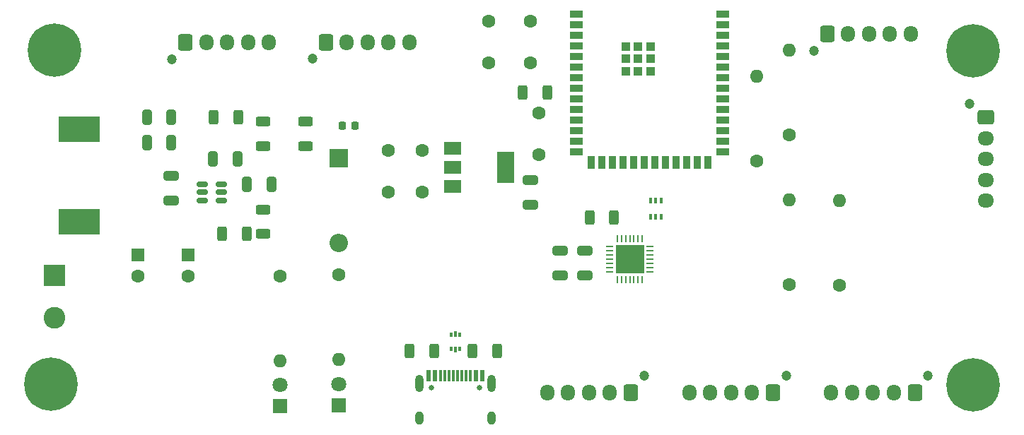
<source format=gbr>
%TF.GenerationSoftware,KiCad,Pcbnew,7.0.7*%
%TF.CreationDate,2024-02-08T23:22:07+01:00*%
%TF.ProjectId,balancing_robot,62616c61-6e63-4696-9e67-5f726f626f74,rev?*%
%TF.SameCoordinates,Original*%
%TF.FileFunction,Soldermask,Top*%
%TF.FilePolarity,Negative*%
%FSLAX46Y46*%
G04 Gerber Fmt 4.6, Leading zero omitted, Abs format (unit mm)*
G04 Created by KiCad (PCBNEW 7.0.7) date 2024-02-08 23:22:07*
%MOMM*%
%LPD*%
G01*
G04 APERTURE LIST*
G04 Aperture macros list*
%AMRoundRect*
0 Rectangle with rounded corners*
0 $1 Rounding radius*
0 $2 $3 $4 $5 $6 $7 $8 $9 X,Y pos of 4 corners*
0 Add a 4 corners polygon primitive as box body*
4,1,4,$2,$3,$4,$5,$6,$7,$8,$9,$2,$3,0*
0 Add four circle primitives for the rounded corners*
1,1,$1+$1,$2,$3*
1,1,$1+$1,$4,$5*
1,1,$1+$1,$6,$7*
1,1,$1+$1,$8,$9*
0 Add four rect primitives between the rounded corners*
20,1,$1+$1,$2,$3,$4,$5,0*
20,1,$1+$1,$4,$5,$6,$7,0*
20,1,$1+$1,$6,$7,$8,$9,0*
20,1,$1+$1,$8,$9,$2,$3,0*%
G04 Aperture macros list end*
%ADD10R,2.600000X2.600000*%
%ADD11C,2.600000*%
%ADD12R,0.400000X0.650000*%
%ADD13RoundRect,0.250000X-0.650000X0.325000X-0.650000X-0.325000X0.650000X-0.325000X0.650000X0.325000X0*%
%ADD14R,1.800000X1.800000*%
%ADD15C,1.800000*%
%ADD16C,1.600000*%
%ADD17C,0.800000*%
%ADD18C,6.400000*%
%ADD19C,1.200000*%
%ADD20RoundRect,0.250000X0.600000X0.725000X-0.600000X0.725000X-0.600000X-0.725000X0.600000X-0.725000X0*%
%ADD21O,1.700000X1.950000*%
%ADD22RoundRect,0.250000X-0.312500X-0.625000X0.312500X-0.625000X0.312500X0.625000X-0.312500X0.625000X0*%
%ADD23RoundRect,0.250000X-0.725000X0.600000X-0.725000X-0.600000X0.725000X-0.600000X0.725000X0.600000X0*%
%ADD24O,1.950000X1.700000*%
%ADD25R,2.200000X2.200000*%
%ADD26O,2.200000X2.200000*%
%ADD27C,0.650000*%
%ADD28R,0.600000X1.450000*%
%ADD29R,0.300000X1.450000*%
%ADD30O,1.000000X2.100000*%
%ADD31O,1.000000X1.600000*%
%ADD32RoundRect,0.250000X-0.600000X-0.725000X0.600000X-0.725000X0.600000X0.725000X-0.600000X0.725000X0*%
%ADD33O,1.600000X1.600000*%
%ADD34RoundRect,0.218750X-0.218750X-0.256250X0.218750X-0.256250X0.218750X0.256250X-0.218750X0.256250X0*%
%ADD35RoundRect,0.250000X0.650000X-0.325000X0.650000X0.325000X-0.650000X0.325000X-0.650000X-0.325000X0*%
%ADD36R,1.600000X1.600000*%
%ADD37RoundRect,0.250000X-0.325000X-0.650000X0.325000X-0.650000X0.325000X0.650000X-0.325000X0.650000X0*%
%ADD38RoundRect,0.250000X0.312500X0.625000X-0.312500X0.625000X-0.312500X-0.625000X0.312500X-0.625000X0*%
%ADD39RoundRect,0.250000X0.625000X-0.312500X0.625000X0.312500X-0.625000X0.312500X-0.625000X-0.312500X0*%
%ADD40RoundRect,0.250000X-0.625000X0.312500X-0.625000X-0.312500X0.625000X-0.312500X0.625000X0.312500X0*%
%ADD41R,5.000000X3.100000*%
%ADD42RoundRect,0.250000X0.325000X0.650000X-0.325000X0.650000X-0.325000X-0.650000X0.325000X-0.650000X0*%
%ADD43R,1.500000X0.900000*%
%ADD44R,0.900000X1.500000*%
%ADD45R,1.000000X1.000000*%
%ADD46R,2.000000X1.500000*%
%ADD47R,2.000000X3.800000*%
%ADD48R,0.375000X0.500000*%
%ADD49R,0.300000X0.650000*%
%ADD50RoundRect,0.062500X-0.062500X0.337500X-0.062500X-0.337500X0.062500X-0.337500X0.062500X0.337500X0*%
%ADD51RoundRect,0.062500X-0.337500X0.062500X-0.337500X-0.062500X0.337500X-0.062500X0.337500X0.062500X0*%
%ADD52R,3.350000X3.350000*%
%ADD53RoundRect,0.150000X-0.512500X-0.150000X0.512500X-0.150000X0.512500X0.150000X-0.512500X0.150000X0*%
G04 APERTURE END LIST*
D10*
%TO.C,J1*%
X98000000Y-99920000D03*
D11*
X98000000Y-105000000D03*
%TD*%
D12*
%TO.C,Q1*%
X169350000Y-92900000D03*
X170000000Y-92900000D03*
X170650000Y-92900000D03*
X170650000Y-91000000D03*
X170000000Y-91000000D03*
X169350000Y-91000000D03*
%TD*%
D13*
%TO.C,C2*%
X158500000Y-97000000D03*
X158500000Y-99950000D03*
%TD*%
D14*
%TO.C,D3*%
X132000000Y-115540000D03*
D15*
X132000000Y-113000000D03*
%TD*%
D16*
%TO.C,C15*%
X155000000Y-74500000D03*
X155000000Y-69500000D03*
%TD*%
D17*
%TO.C,H3*%
X95200000Y-113000000D03*
X95902944Y-111302944D03*
X95902944Y-114697056D03*
X97600000Y-110600000D03*
D18*
X97600000Y-113000000D03*
D17*
X97600000Y-115400000D03*
X99297056Y-111302944D03*
X99297056Y-114697056D03*
X100000000Y-113000000D03*
%TD*%
D19*
%TO.C,J5*%
X185600000Y-112000000D03*
D20*
X184000000Y-114000000D03*
D21*
X181500000Y-114000000D03*
X179000000Y-114000000D03*
X176500000Y-114000000D03*
X174000000Y-114000000D03*
%TD*%
D19*
%TO.C,J3*%
X202600000Y-112000000D03*
D20*
X201000000Y-114000000D03*
D21*
X198500000Y-114000000D03*
X196000000Y-114000000D03*
X193500000Y-114000000D03*
X191000000Y-114000000D03*
%TD*%
D22*
%TO.C,R2*%
X148075000Y-109000000D03*
X151000000Y-109000000D03*
%TD*%
D13*
%TO.C,C9*%
X161500000Y-97000000D03*
X161500000Y-99950000D03*
%TD*%
D19*
%TO.C,J4*%
X207525000Y-79400000D03*
D23*
X209525000Y-81000000D03*
D24*
X209525000Y-83500000D03*
X209525000Y-86000000D03*
X209525000Y-88500000D03*
X209525000Y-91000000D03*
%TD*%
D25*
%TO.C,D2*%
X132000000Y-85920000D03*
D26*
X132000000Y-96080000D03*
%TD*%
D27*
%TO.C,J2*%
X143110000Y-113400000D03*
X148890000Y-113400000D03*
D28*
X142750000Y-111955000D03*
X143550000Y-111955000D03*
D29*
X144750000Y-111955000D03*
X145750000Y-111955000D03*
X146250000Y-111955000D03*
X147250000Y-111955000D03*
D28*
X148450000Y-111955000D03*
X149250000Y-111955000D03*
X149250000Y-111955000D03*
X148450000Y-111955000D03*
D29*
X147750000Y-111955000D03*
X146750000Y-111955000D03*
X145250000Y-111955000D03*
X144250000Y-111955000D03*
D28*
X143550000Y-111955000D03*
X142750000Y-111955000D03*
D30*
X141680000Y-112870000D03*
D31*
X141680000Y-117050000D03*
D30*
X150320000Y-112870000D03*
D31*
X150320000Y-117050000D03*
%TD*%
D19*
%TO.C,J8*%
X128900000Y-74000000D03*
D32*
X130500000Y-72000000D03*
D21*
X133000000Y-72000000D03*
X135500000Y-72000000D03*
X138000000Y-72000000D03*
X140500000Y-72000000D03*
%TD*%
D17*
%TO.C,H1*%
X205600000Y-73000000D03*
X206302944Y-71302944D03*
X206302944Y-74697056D03*
X208000000Y-70600000D03*
D18*
X208000000Y-73000000D03*
D17*
X208000000Y-75400000D03*
X209697056Y-71302944D03*
X209697056Y-74697056D03*
X210400000Y-73000000D03*
%TD*%
D16*
%TO.C,C13*%
X156000000Y-80500000D03*
X156000000Y-85500000D03*
%TD*%
D14*
%TO.C,D1*%
X125000000Y-115620000D03*
D15*
X125000000Y-113080000D03*
%TD*%
D16*
%TO.C,R9*%
X182063090Y-86213588D03*
D33*
X182063090Y-76053588D03*
%TD*%
D34*
%TO.C,FB1*%
X132425000Y-82000000D03*
X134000000Y-82000000D03*
%TD*%
D17*
%TO.C,H2*%
X95617235Y-72965203D03*
X96320179Y-71268147D03*
X96320179Y-74662259D03*
X98017235Y-70565203D03*
D18*
X98017235Y-72965203D03*
D17*
X98017235Y-75365203D03*
X99714291Y-71268147D03*
X99714291Y-74662259D03*
X100417235Y-72965203D03*
%TD*%
D35*
%TO.C,C4*%
X112000000Y-91000000D03*
X112000000Y-88050000D03*
%TD*%
D19*
%TO.C,J7*%
X168600000Y-112000000D03*
D20*
X167000000Y-114000000D03*
D21*
X164500000Y-114000000D03*
X162000000Y-114000000D03*
X159500000Y-114000000D03*
X157000000Y-114000000D03*
%TD*%
D13*
%TO.C,C5*%
X155000000Y-88525000D03*
X155000000Y-91475000D03*
%TD*%
D22*
%TO.C,R15*%
X154075000Y-78000000D03*
X157000000Y-78000000D03*
%TD*%
D16*
%TO.C,R10*%
X186000000Y-83080000D03*
D33*
X186000000Y-72920000D03*
%TD*%
D36*
%TO.C,C3*%
X108000000Y-97500000D03*
D16*
X108000000Y-100000000D03*
%TD*%
%TO.C,C6*%
X142000000Y-90000000D03*
X142000000Y-85000000D03*
%TD*%
D37*
%TO.C,C10*%
X109050000Y-84000000D03*
X112000000Y-84000000D03*
%TD*%
D16*
%TO.C,C7*%
X138000000Y-90000000D03*
X138000000Y-85000000D03*
%TD*%
D38*
%TO.C,R13*%
X120000000Y-81000000D03*
X117075000Y-81000000D03*
%TD*%
D16*
%TO.C,R14*%
X186000000Y-101080000D03*
D33*
X186000000Y-90920000D03*
%TD*%
D39*
%TO.C,R5*%
X123000000Y-95000000D03*
X123000000Y-92075000D03*
%TD*%
D19*
%TO.C,J6*%
X188900000Y-73000000D03*
D32*
X190500000Y-71000000D03*
D21*
X193000000Y-71000000D03*
X195500000Y-71000000D03*
X198000000Y-71000000D03*
X200500000Y-71000000D03*
%TD*%
D16*
%TO.C,C14*%
X150000000Y-74500000D03*
X150000000Y-69500000D03*
%TD*%
D40*
%TO.C,R11*%
X128063184Y-81519092D03*
X128063184Y-84444092D03*
%TD*%
D41*
%TO.C,L1*%
X101000000Y-93550000D03*
X101000000Y-82450000D03*
%TD*%
D37*
%TO.C,C11*%
X109050000Y-81000000D03*
X112000000Y-81000000D03*
%TD*%
D38*
%TO.C,R3*%
X143462500Y-109000000D03*
X140537500Y-109000000D03*
%TD*%
D42*
%TO.C,C12*%
X124000000Y-89000000D03*
X121050000Y-89000000D03*
%TD*%
D16*
%TO.C,R1*%
X125000000Y-100000000D03*
D33*
X125000000Y-110160000D03*
%TD*%
D39*
%TO.C,R12*%
X123000000Y-84462500D03*
X123000000Y-81537500D03*
%TD*%
D16*
%TO.C,R6*%
X132000000Y-99840000D03*
D33*
X132000000Y-110000000D03*
%TD*%
D43*
%TO.C,U5*%
X160500000Y-68650000D03*
X160500000Y-69920000D03*
X160500000Y-71190000D03*
X160500000Y-72460000D03*
X160500000Y-73730000D03*
X160500000Y-75000000D03*
X160500000Y-76270000D03*
X160500000Y-77540000D03*
X160500000Y-78810000D03*
X160500000Y-80080000D03*
X160500000Y-81350000D03*
X160500000Y-82620000D03*
X160500000Y-83890000D03*
X160500000Y-85160000D03*
D44*
X162265000Y-86410000D03*
X163535000Y-86410000D03*
X164805000Y-86410000D03*
X166075000Y-86410000D03*
X167345000Y-86410000D03*
X168615000Y-86410000D03*
X169885000Y-86410000D03*
X171155000Y-86410000D03*
X172425000Y-86410000D03*
X173695000Y-86410000D03*
X174965000Y-86410000D03*
X176235000Y-86410000D03*
D43*
X178000000Y-85160000D03*
X178000000Y-83890000D03*
X178000000Y-82620000D03*
X178000000Y-81350000D03*
X178000000Y-80080000D03*
X178000000Y-78810000D03*
X178000000Y-77540000D03*
X178000000Y-76270000D03*
X178000000Y-75000000D03*
X178000000Y-73730000D03*
X178000000Y-72460000D03*
X178000000Y-71190000D03*
X178000000Y-69920000D03*
X178000000Y-68650000D03*
D45*
X166390000Y-72500000D03*
X166390000Y-74000000D03*
X166390000Y-74000000D03*
X166390000Y-75500000D03*
X167890000Y-72500000D03*
X167890000Y-72500000D03*
X167890000Y-74000000D03*
X167890000Y-75500000D03*
X169390000Y-72500000D03*
X169390000Y-74000000D03*
X169390000Y-75500000D03*
%TD*%
D46*
%TO.C,U1*%
X145700000Y-84700000D03*
X145700000Y-87000000D03*
D47*
X152000000Y-87000000D03*
D46*
X145700000Y-89300000D03*
%TD*%
D48*
%TO.C,U2*%
X146537500Y-107075000D03*
D49*
X146000000Y-107000000D03*
D48*
X145462500Y-107075000D03*
X145462500Y-108775000D03*
D49*
X146000000Y-108850000D03*
D48*
X146537500Y-108775000D03*
%TD*%
D16*
%TO.C,R7*%
X192000000Y-101160000D03*
D33*
X192000000Y-91000000D03*
%TD*%
D50*
%TO.C,U4*%
X168380000Y-95550000D03*
X167880000Y-95550000D03*
X167380000Y-95550000D03*
X166880000Y-95550000D03*
X166380000Y-95550000D03*
X165880000Y-95550000D03*
X165380000Y-95550000D03*
D51*
X164430000Y-96500000D03*
X164430000Y-97000000D03*
X164430000Y-97500000D03*
X164430000Y-98000000D03*
X164430000Y-98500000D03*
X164430000Y-99000000D03*
X164430000Y-99500000D03*
D50*
X165380000Y-100450000D03*
X165880000Y-100450000D03*
X166380000Y-100450000D03*
X166880000Y-100450000D03*
X167380000Y-100450000D03*
X167880000Y-100450000D03*
X168380000Y-100450000D03*
D51*
X169330000Y-99500000D03*
X169330000Y-99000000D03*
X169330000Y-98500000D03*
X169330000Y-98000000D03*
X169330000Y-97500000D03*
X169330000Y-97000000D03*
X169330000Y-96500000D03*
D52*
X166880000Y-98000000D03*
%TD*%
D42*
%TO.C,C8*%
X119950000Y-86000000D03*
X117000000Y-86000000D03*
%TD*%
D38*
%TO.C,R8*%
X165000000Y-93000000D03*
X162075000Y-93000000D03*
%TD*%
D53*
%TO.C,U3*%
X115725000Y-89050000D03*
X115725000Y-90000000D03*
X115725000Y-90950000D03*
X118000000Y-90950000D03*
X118000000Y-90000000D03*
X118000000Y-89050000D03*
%TD*%
D17*
%TO.C,H4*%
X205582076Y-113056981D03*
X206285020Y-111359925D03*
X206285020Y-114754037D03*
X207982076Y-110656981D03*
D18*
X207982076Y-113056981D03*
D17*
X207982076Y-115456981D03*
X209679132Y-111359925D03*
X209679132Y-114754037D03*
X210382076Y-113056981D03*
%TD*%
D19*
%TO.C,J9*%
X112073618Y-74037026D03*
D32*
X113673618Y-72037026D03*
D21*
X116173618Y-72037026D03*
X118673618Y-72037026D03*
X121173618Y-72037026D03*
X123673618Y-72037026D03*
%TD*%
D36*
%TO.C,C1*%
X114000000Y-97500000D03*
D16*
X114000000Y-100000000D03*
%TD*%
D22*
%TO.C,R4*%
X118075000Y-95000000D03*
X121000000Y-95000000D03*
%TD*%
M02*

</source>
